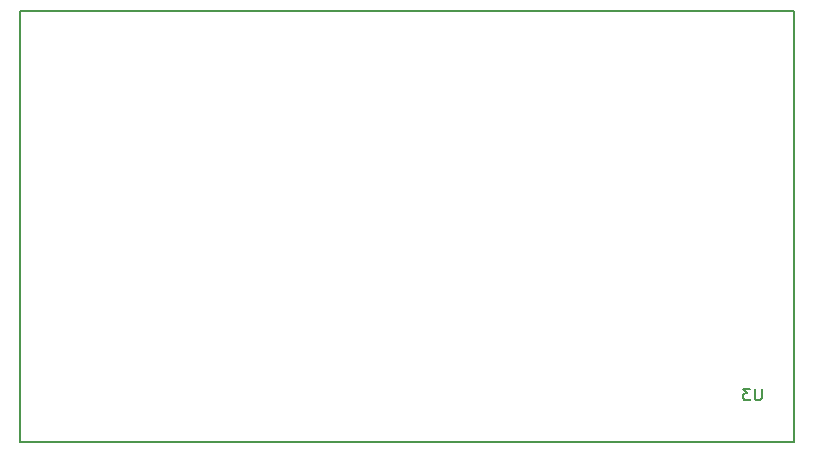
<source format=gbr>
G04 #@! TF.GenerationSoftware,KiCad,Pcbnew,(5.1.5)-3*
G04 #@! TF.CreationDate,2020-01-14T15:58:57+01:00*
G04 #@! TF.ProjectId,calculatrice,63616c63-756c-4617-9472-6963652e6b69,rev?*
G04 #@! TF.SameCoordinates,Original*
G04 #@! TF.FileFunction,Legend,Bot*
G04 #@! TF.FilePolarity,Positive*
%FSLAX46Y46*%
G04 Gerber Fmt 4.6, Leading zero omitted, Abs format (unit mm)*
G04 Created by KiCad (PCBNEW (5.1.5)-3) date 2020-01-14 15:58:57*
%MOMM*%
%LPD*%
G04 APERTURE LIST*
%ADD10C,0.150000*%
G04 APERTURE END LIST*
D10*
X73025000Y-42505000D02*
X73025000Y-6005000D01*
X73025000Y-6005000D02*
X7525000Y-6005000D01*
X7525000Y-6005000D02*
X7525000Y-42505000D01*
X7525000Y-42505000D02*
X73025000Y-42505000D01*
X70286904Y-37957380D02*
X70286904Y-38766904D01*
X70239285Y-38862142D01*
X70191666Y-38909761D01*
X70096428Y-38957380D01*
X69905952Y-38957380D01*
X69810714Y-38909761D01*
X69763095Y-38862142D01*
X69715476Y-38766904D01*
X69715476Y-37957380D01*
X69334523Y-37957380D02*
X68715476Y-37957380D01*
X69048809Y-38338333D01*
X68905952Y-38338333D01*
X68810714Y-38385952D01*
X68763095Y-38433571D01*
X68715476Y-38528809D01*
X68715476Y-38766904D01*
X68763095Y-38862142D01*
X68810714Y-38909761D01*
X68905952Y-38957380D01*
X69191666Y-38957380D01*
X69286904Y-38909761D01*
X69334523Y-38862142D01*
M02*

</source>
